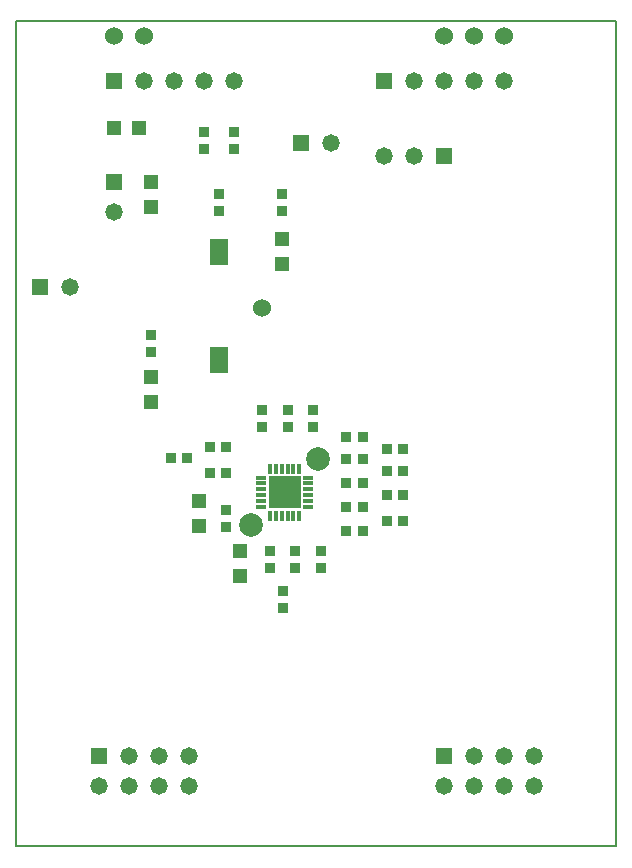
<source format=gts>
G04 ================== begin FILE IDENTIFICATION RECORD ==================*
G04 Layout Name:  touchcontroller.brd*
G04 Film Name:    DJJW_SMTOP*
G04 File Format:  Gerber RS274X*
G04 File Origin:  Cadence Allegro -unreleased*
G04 Origin Date:  Sun Feb 16 15:49:09 2020*
G04 *
G04 Layer:  PIN/SOLDERMASK_TOP*
G04 Layer:  BOARD GEOMETRY/DESIGN_OUTLINE*
G04 Layer:  BOARD GEOMETRY/CUTOUT*
G04 *
G04 Offset:    (0.00 0.00)*
G04 Mirror:    No*
G04 Mode:      Positive*
G04 Rotation:  0*
G04 FullContactRelief:  No*
G04 UndefLineWidth:     7.00*
G04 ================== end FILE IDENTIFICATION RECORD ====================*
%FSLAX25Y25*MOIN*%
%IR0*IPPOS*OFA0.00000B0.00000*MIA0B0*SFA1.00000B1.00000*%
%ADD13C,.06*%
%ADD12R,.05X.05*%
%ADD11C,.058*%
%ADD10R,.058X.058*%
%ADD17C,.07874*%
%ADD15R,.032X.038*%
%ADD14R,.038X.032*%
%ADD19O,.01575X.03543*%
%ADD18O,.03543X.01575*%
%ADD20R,.10827X.10827*%
%ADD16R,.06299X.08622*%
%ADD21C,.007*%
G75*
%LPD*%
G75*
G54D10*
X598000Y884000D03*
X617500Y727500D03*
X622500Y919000D03*
Y952500D03*
X685000Y932000D03*
X712500Y952500D03*
X732500Y727500D03*
Y927500D03*
G54D20*
X679500Y815500D03*
G54D11*
X617500Y717500D03*
X627500D03*
Y727500D03*
X608000Y884000D03*
X622500Y909000D03*
X632500Y952500D03*
X637500Y717500D03*
X647500D03*
X637500Y727500D03*
X647500D03*
X642500Y952500D03*
X652500D03*
X662500D03*
X695000Y932000D03*
X722500Y927500D03*
X712500D03*
X722500Y952500D03*
X732500Y717500D03*
X742500D03*
X752500D03*
X742500Y727500D03*
X752500D03*
X732500Y952500D03*
X742500D03*
X752500D03*
X762500Y717500D03*
Y727500D03*
G54D21*
G01X590000Y697500D02*
Y972500D01*
X790000D01*
Y697500D01*
X590000D01*
G54D12*
X622500Y937000D03*
X630900D03*
X651000Y804100D03*
Y812500D03*
X635000Y845500D03*
Y853900D03*
Y919000D03*
Y910600D03*
X664500Y796000D03*
Y787600D03*
X678500Y891500D03*
Y899900D03*
G54D13*
X622500Y967500D03*
X632500D03*
X672000Y877000D03*
X742500Y967500D03*
X752500D03*
X732500D03*
G54D14*
X660000Y809500D03*
Y803900D03*
X635000Y868000D03*
Y862400D03*
X652500Y930000D03*
X657500Y915000D03*
Y909400D03*
X652500Y935600D03*
X679000Y777000D03*
X674500Y796000D03*
Y790400D03*
X679000Y782600D03*
X683000Y796000D03*
Y790400D03*
X691500Y796000D03*
Y790400D03*
X689000Y837400D03*
X680500D03*
X672000D03*
X689000Y843000D03*
X680500D03*
X672000D03*
X662500Y930000D03*
X678500Y915000D03*
Y909400D03*
X662500Y935600D03*
G54D15*
X654500Y822000D03*
X660100D03*
X641500Y827000D03*
X647100D03*
X654500Y830500D03*
X660100D03*
X700000Y802500D03*
X705600D03*
X713500Y806000D03*
X719100D03*
X700000Y810500D03*
X705600D03*
X713500Y830000D03*
X719100D03*
X700000Y834000D03*
X705600D03*
X713500Y814500D03*
X719100D03*
X700000Y818500D03*
X705600D03*
X713500Y822500D03*
X719100D03*
X700000Y826500D03*
X705600D03*
G54D16*
X657500Y859429D03*
Y895571D03*
G54D17*
X668439Y804439D03*
X690561Y826561D03*
G54D18*
X687374Y810579D03*
X671626D03*
X687374Y820421D03*
Y818453D03*
Y816484D03*
Y814516D03*
Y812547D03*
X671626D03*
Y814516D03*
Y816484D03*
Y818453D03*
Y820421D03*
G54D19*
X684421Y807626D03*
X682453D03*
X680484D03*
X678516D03*
X676547D03*
X674579D03*
Y823374D03*
X676547D03*
X678516D03*
X680484D03*
X682453D03*
X684421D03*
M02*

</source>
